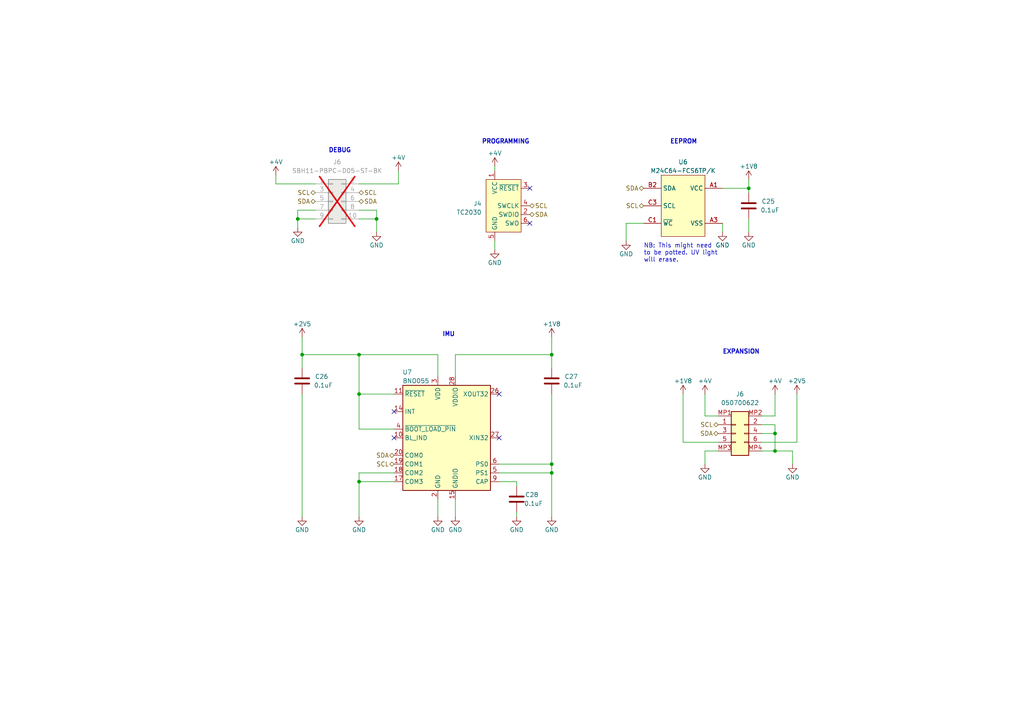
<source format=kicad_sch>
(kicad_sch (version 20230121) (generator eeschema)
  (paper "A4")
  (title_block (title "ONIX Neuropixels 2.0 Economical Headstage") (rev "B") (company "Open Ephys, Inc") (comment 1 "Jonathan P. Newman"))
  (lib_symbols
    (symbol "Connector:Conn_ARM_SWD_TagConnect_TC2030" (in_bom no)
      (property "Reference" "J" (at 2.54 11.43 0))
      (property "Value" "Conn_ARM_SWD_TagConnect_TC2030" (at 5.08 8.89 0))
      (symbol "Conn_ARM_SWD_TagConnect_TC2030_0_0"
        (pin power_in line (at -2.54 10.16 270) (length 2.54) (name "VCC") (number "1"))
        (pin bidirectional line (at 7.62 -2.54 180) (length 2.54) (name "SWDIO") (number "2"))
        (pin open_collector line (at 7.62 5.08 180) (length 2.54) (name "~{RESET}") (number "3"))
        (pin output line (at 7.62 0 180) (length 2.54) (name "SWCLK") (number "4"))
        (pin power_in line (at -2.54 -10.16 90) (length 2.54) (name "GND") (number "5"))
        (pin input line (at 7.62 -5.08 180) (length 2.54) (name "SWO") (number "6"))
      )
      (symbol "Conn_ARM_SWD_TagConnect_TC2030_0_1"
        (rectangle (start -5.08 7.62) (end 5.08 -7.62) (fill (type background)))
      )
    )
    (symbol "Connector_Generic:Conn_02x05_Odd_Even" (pin_names (offset 1.016) hide)
      (property "Reference" "J" (at 1.27 7.62 0))
      (property "Value" "Conn_02x05_Odd_Even" (at 1.27 -7.62 0))
      (symbol "Conn_02x05_Odd_Even_1_1"
        (rectangle (start -1.27 -4.953) (end 0 -5.207) (stroke (width 0.1524)))
        (rectangle (start -1.27 -2.413) (end 0 -2.667) (stroke (width 0.1524)))
        (rectangle (start -1.27 0.127) (end 0 -0.127) (stroke (width 0.1524)))
        (rectangle (start -1.27 2.667) (end 0 2.413) (stroke (width 0.1524)))
        (rectangle (start -1.27 5.207) (end 0 4.953) (stroke (width 0.1524)))
        (rectangle (start -1.27 6.35) (end 3.81 -6.35) (stroke (width 0.254)) (fill (type background)))
        (rectangle (start 3.81 -4.953) (end 2.54 -5.207) (stroke (width 0.1524)))
        (rectangle (start 3.81 -2.413) (end 2.54 -2.667) (stroke (width 0.1524)))
        (rectangle (start 3.81 0.127) (end 2.54 -0.127) (stroke (width 0.1524)))
        (rectangle (start 3.81 2.667) (end 2.54 2.413) (stroke (width 0.1524)))
        (rectangle (start 3.81 5.207) (end 2.54 4.953) (stroke (width 0.1524)))
        (pin passive line (at -5.08 5.08 0) (length 3.81) (name "Pin_1") (number "1"))
        (pin passive line (at 7.62 -5.08 180) (length 3.81) (name "Pin_10") (number "10"))
        (pin passive line (at 7.62 5.08 180) (length 3.81) (name "Pin_2") (number "2"))
        (pin passive line (at -5.08 2.54 0) (length 3.81) (name "Pin_3") (number "3"))
        (pin passive line (at 7.62 2.54 180) (length 3.81) (name "Pin_4") (number "4"))
        (pin passive line (at -5.08 0 0) (length 3.81) (name "Pin_5") (number "5"))
        (pin passive line (at 7.62 0 180) (length 3.81) (name "Pin_6") (number "6"))
        (pin passive line (at -5.08 -2.54 0) (length 3.81) (name "Pin_7") (number "7"))
        (pin passive line (at 7.62 -2.54 180) (length 3.81) (name "Pin_8") (number "8"))
        (pin passive line (at -5.08 -5.08 0) (length 3.81) (name "Pin_9") (number "9"))
      )
    )
    (symbol "Device:C" (pin_numbers hide) (pin_names (offset 0.254))
      (property "Reference" "C" (at 0.635 2.54 0))
      (property "Value" "C" (at 0.635 -2.54 0))
      (symbol "C_0_1"
        (polyline (pts (xy -2.032 -0.762) (xy 2.032 -0.762)) (stroke (width 0.508)))
        (polyline (pts (xy -2.032 0.762) (xy 2.032 0.762)) (stroke (width 0.508)))
      )
      (symbol "C_1_1"
        (pin passive line (at 0 3.81 270) (length 2.794) (name "~") (number "1"))
        (pin passive line (at 0 -3.81 90) (length 2.794) (name "~") (number "2"))
      )
    )
    (symbol "Sensor_Motion:BNO055"
      (property "Reference" "U" (at -11.43 16.51 0))
      (property "Value" "BNO055" (at 12.7 16.51 0))
      (symbol "BNO055_0_1"
        (rectangle (start -12.7 15.24) (end 12.7 -15.24) (stroke (width 0.254)) (fill (type background)))
      )
      (symbol "BNO055_1_1"
        (pin no_connect line (at -12.7 10.16 0) (length 2.54) hide (name "PIN1") (number "1"))
        (pin output line (at -15.24 0 0) (length 2.54) (name "BL_IND") (number "10"))
        (pin input line (at -15.24 12.7 0) (length 2.54) (name "~{RESET}") (number "11"))
        (pin no_connect line (at 12.7 10.16 180) (length 2.54) hide (name "PIN12") (number "12"))
        (pin no_connect line (at 12.7 7.62 180) (length 2.54) hide (name "PIN13") (number "13"))
        (pin output line (at -15.24 7.62 0) (length 2.54) (name "INT") (number "14"))
        (pin power_in line (at 2.54 -17.78 90) (length 2.54) (name "GNDIO") (number "15"))
        (pin passive line (at 2.54 -17.78 90) (length 2.54) hide (name "GNDIO") (number "16"))
        (pin input line (at -15.24 -12.7 0) (length 2.54) (name "COM3") (number "17"))
        (pin passive line (at -15.24 -10.16 0) (length 2.54) (name "COM2") (number "18"))
        (pin bidirectional line (at -15.24 -7.62 0) (length 2.54) (name "COM1") (number "19"))
        (pin power_in line (at -2.54 -17.78 90) (length 2.54) (name "GND") (number "2"))
        (pin bidirectional line (at -15.24 -5.08 0) (length 2.54) (name "COM0") (number "20"))
        (pin no_connect line (at 12.7 5.08 180) (length 2.54) hide (name "PIN21") (number "21"))
        (pin no_connect line (at 12.7 2.54 180) (length 2.54) hide (name "PIN22") (number "22"))
        (pin no_connect line (at 12.7 -2.54 180) (length 2.54) hide (name "PIN23") (number "23"))
        (pin no_connect line (at 12.7 -5.08 180) (length 2.54) hide (name "PIN24") (number "24"))
        (pin passive line (at 2.54 -17.78 90) (length 2.54) hide (name "GNDIO") (number "25"))
        (pin output line (at 15.24 12.7 180) (length 2.54) (name "XOUT32") (number "26"))
        (pin input line (at 15.24 0 180) (length 2.54) (name "XIN32") (number "27"))
        (pin power_in line (at 2.54 17.78 270) (length 2.54) (name "VDDIO") (number "28"))
        (pin power_in line (at -2.54 17.78 270) (length 2.54) (name "VDD") (number "3"))
        (pin input line (at -15.24 2.54 0) (length 2.54) (name "~{BOOT_LOAD_PIN}") (number "4"))
        (pin input line (at 15.24 -10.16 180) (length 2.54) (name "PS1") (number "5"))
        (pin input line (at 15.24 -7.62 180) (length 2.54) (name "PS0") (number "6"))
        (pin no_connect line (at -12.7 5.08 0) (length 2.54) hide (name "PIN7") (number "7"))
        (pin no_connect line (at -12.7 -2.54 0) (length 2.54) hide (name "PIN8") (number "8"))
        (pin passive line (at 15.24 -12.7 180) (length 2.54) (name "CAP") (number "9"))
      )
    )
    (symbol "jonnew:24Cxx-WC"
      (property "Reference" "U" (at 0 12.7 0))
      (property "Value" "24Cxx-WC" (at 0 10.16 0))
      (symbol "24Cxx-WC_0_1"
        (rectangle (start -6.35 8.89) (end 6.35 -8.89) (fill (type background)))
      )
      (symbol "24Cxx-WC_1_1"
        (pin power_in line (at -11.43 5.08 0) (length 5.08) (name "VCC") (number "A1"))
        (pin power_in line (at -11.43 -5.08 0) (length 5.08) (name "VSS") (number "A3"))
        (pin open_collector line (at 11.43 5.08 180) (length 5.08) (name "SDA") (number "B2"))
        (pin input line (at 11.43 -5.08 180) (length 5.08) (name "~{WC}") (number "C1"))
        (pin open_collector line (at 11.43 0 180) (length 5.08) (name "SCL") (number "C3"))
      )
    )
    (symbol "jonnew:Conn_02x3_Odd_Even_4Mech" (pin_names hide)
      (property "Reference" "J" (at 0 11.43 0))
      (property "Value" "Conn_02x3_Odd_Even_4Mech" (at 1.27 8.89 0))
      (symbol "Conn_02x3_Odd_Even_4Mech_1_1"
        (rectangle (start -2.54 -2.413) (end -1.27 -2.667) (stroke (width 0.1524)))
        (rectangle (start -2.54 0.127) (end -1.27 -0.127) (stroke (width 0.1524)))
        (rectangle (start -2.54 2.667) (end -1.27 2.413) (stroke (width 0.1524)))
        (rectangle (start -2.54 6.35) (end 2.54 -6.35) (stroke (width 0.254)) (fill (type background)))
        (rectangle (start 2.54 -2.413) (end 1.27 -2.667) (stroke (width 0.1524)))
        (rectangle (start 2.54 0.127) (end 1.27 -0.127) (stroke (width 0.1524)))
        (rectangle (start 2.54 2.667) (end 1.27 2.413) (stroke (width 0.1524)))
        (pin passive line (at -6.35 2.54 0) (length 3.81) (name "Pin_1") (number "1"))
        (pin passive line (at 6.35 2.54 180) (length 3.81) (name "Pin_2") (number "2"))
        (pin passive line (at -6.35 0 0) (length 3.81) (name "Pin_3") (number "3"))
        (pin passive line (at 6.35 0 180) (length 3.81) (name "Pin_4") (number "4"))
        (pin passive line (at -6.35 -2.54 0) (length 3.81) (name "Pin_5") (number "5"))
        (pin passive line (at 6.35 -2.54 180) (length 3.81) (name "Pin_6") (number "6"))
        (pin passive line (at -6.35 5.08 0) (length 3.81) (name "MountPin1") (number "MP1"))
        (pin passive line (at 6.35 5.08 180) (length 3.81) (name "MountPin2") (number "MP2"))
        (pin passive line (at -6.35 -5.08 0) (length 3.81) (name "MountPin3") (number "MP3"))
        (pin passive line (at 6.35 -5.08 180) (length 3.81) (name "MountPin4") (number "MP4"))
      )
    )
    (symbol "power:+1V8" (power) (pin_names (offset 0))
      (property "Value" "+1V8" (at 0 3.556 0))
      (symbol "+1V8_0_1"
        (polyline (pts (xy -0.762 1.27) (xy 0 2.54)))
        (polyline (pts (xy 0 0) (xy 0 2.54)))
        (polyline (pts (xy 0 2.54) (xy 0.762 1.27)))
      )
      (symbol "+1V8_1_1"
        (pin power_in line (at 0 0 90) (length 0) hide (name "+1V8") (number "1"))
      )
    )
    (symbol "power:+2V5" (power) (pin_names (offset 0))
      (property "Value" "+2V5" (at 0 3.556 0))
      (symbol "+2V5_0_1"
        (polyline (pts (xy -0.762 1.27) (xy 0 2.54)))
        (polyline (pts (xy 0 0) (xy 0 2.54)))
        (polyline (pts (xy 0 2.54) (xy 0.762 1.27)))
      )
      (symbol "+2V5_1_1"
        (pin power_in line (at 0 0 90) (length 0) hide (name "+2V5") (number "1"))
      )
    )
    (symbol "power:+4V" (power) (pin_names (offset 0))
      (property "Value" "+4V" (at 0 3.556 0))
      (symbol "+4V_0_1"
        (polyline (pts (xy -0.762 1.27) (xy 0 2.54)))
        (polyline (pts (xy 0 0) (xy 0 2.54)))
        (polyline (pts (xy 0 2.54) (xy 0.762 1.27)))
      )
      (symbol "+4V_1_1"
        (pin power_in line (at 0 0 90) (length 0) hide (name "+4V") (number "1"))
      )
    )
    (symbol "power:GND" (power) (pin_names (offset 0))
      (property "Value" "GND" (at 0 -3.81 0))
      (symbol "GND_0_1"
        (polyline (pts (xy 0 0) (xy 0 -1.27) (xy 1.27 -1.27) (xy 0 -2.54) (xy -1.27 -1.27) (xy 0 -1.27)))
      )
      (symbol "GND_1_1"
        (pin power_in line (at 0 0 270) (length 0) hide (name "GND") (number "1"))
      )
    )
  )
  (junction (at 109.22 63.5))
  (junction (at 224.79 130.81))
  (junction (at 217.17 54.61))
  (junction (at 160.02 102.87))
  (junction (at 160.02 137.16))
  (junction (at 160.02 134.62))
  (junction (at 104.14 139.7))
  (junction (at 104.14 102.87))
  (junction (at 104.14 114.3))
  (junction (at 86.36 63.5))
  (junction (at 224.79 125.73))
  (junction (at 87.63 102.87))
  (no_connect (at 114.3 127))
  (no_connect (at 153.67 64.77))
  (no_connect (at 144.78 127))
  (no_connect (at 114.3 119.38))
  (no_connect (at 144.78 114.3))
  (no_connect (at 153.67 54.61))
  (wire (pts (xy 115.57 53.34) (xy 115.57 49.53)))
  (wire (pts (xy 114.3 139.7) (xy 104.14 139.7)))
  (wire (pts (xy 217.17 55.88) (xy 217.17 54.61)))
  (wire (pts (xy 104.14 124.46) (xy 114.3 124.46)))
  (wire (pts (xy 160.02 149.86) (xy 160.02 137.16)))
  (wire (pts (xy 160.02 106.68) (xy 160.02 102.87)))
  (wire (pts (xy 87.63 102.87) (xy 87.63 106.68)))
  (wire (pts (xy 144.78 134.62) (xy 160.02 134.62)))
  (wire (pts (xy 217.17 52.07) (xy 217.17 54.61)))
  (wire (pts (xy 87.63 102.87) (xy 104.14 102.87)))
  (wire (pts (xy 114.3 137.16) (xy 104.14 137.16)))
  (wire (pts (xy 231.14 128.27) (xy 231.14 114.3)))
  (wire (pts (xy 220.98 130.81) (xy 224.79 130.81)))
  (wire (pts (xy 104.14 60.96) (xy 109.22 60.96)))
  (wire (pts (xy 104.14 114.3) (xy 104.14 124.46)))
  (wire (pts (xy 104.14 137.16) (xy 104.14 139.7)))
  (wire (pts (xy 104.14 139.7) (xy 104.14 149.86)))
  (wire (pts (xy 132.08 144.78) (xy 132.08 149.86)))
  (wire (pts (xy 208.28 130.81) (xy 204.47 130.81)))
  (wire (pts (xy 204.47 120.65) (xy 208.28 120.65)))
  (wire (pts (xy 132.08 109.22) (xy 132.08 102.87)))
  (wire (pts (xy 104.14 114.3) (xy 114.3 114.3)))
  (wire (pts (xy 209.55 54.61) (xy 217.17 54.61)))
  (wire (pts (xy 104.14 63.5) (xy 109.22 63.5)))
  (wire (pts (xy 104.14 102.87) (xy 127 102.87)))
  (wire (pts (xy 86.36 63.5) (xy 86.36 66.04)))
  (wire (pts (xy 91.44 53.34) (xy 80.01 53.34)))
  (wire (pts (xy 224.79 130.81) (xy 229.87 130.81)))
  (wire (pts (xy 220.98 120.65) (xy 224.79 120.65)))
  (wire (pts (xy 127 144.78) (xy 127 149.86)))
  (wire (pts (xy 208.28 128.27) (xy 198.12 128.27)))
  (wire (pts (xy 224.79 123.19) (xy 224.79 125.73)))
  (wire (pts (xy 86.36 60.96) (xy 86.36 63.5)))
  (wire (pts (xy 144.78 139.7) (xy 149.86 139.7)))
  (wire (pts (xy 160.02 114.3) (xy 160.02 134.62)))
  (wire (pts (xy 87.63 114.3) (xy 87.63 149.86)))
  (wire (pts (xy 86.36 63.5) (xy 91.44 63.5)))
  (wire (pts (xy 198.12 114.3) (xy 198.12 128.27)))
  (wire (pts (xy 127 109.22) (xy 127 102.87)))
  (wire (pts (xy 104.14 53.34) (xy 115.57 53.34)))
  (wire (pts (xy 220.98 125.73) (xy 224.79 125.73)))
  (wire (pts (xy 220.98 123.19) (xy 224.79 123.19)))
  (wire (pts (xy 229.87 130.81) (xy 229.87 134.62)))
  (wire (pts (xy 87.63 97.79) (xy 87.63 102.87)))
  (wire (pts (xy 217.17 63.5) (xy 217.17 67.31)))
  (wire (pts (xy 204.47 114.3) (xy 204.47 120.65)))
  (wire (pts (xy 209.55 64.77) (xy 209.55 67.31)))
  (wire (pts (xy 143.51 48.26) (xy 143.51 49.53)))
  (wire (pts (xy 143.51 69.85) (xy 143.51 72.39)))
  (wire (pts (xy 224.79 125.73) (xy 224.79 130.81)))
  (wire (pts (xy 181.61 69.85) (xy 181.61 64.77)))
  (wire (pts (xy 160.02 137.16) (xy 160.02 134.62)))
  (wire (pts (xy 224.79 114.3) (xy 224.79 120.65)))
  (wire (pts (xy 91.44 60.96) (xy 86.36 60.96)))
  (wire (pts (xy 109.22 60.96) (xy 109.22 63.5)))
  (wire (pts (xy 181.61 64.77) (xy 186.69 64.77)))
  (wire (pts (xy 149.86 148.59) (xy 149.86 149.86)))
  (wire (pts (xy 160.02 97.79) (xy 160.02 102.87)))
  (wire (pts (xy 220.98 128.27) (xy 231.14 128.27)))
  (wire (pts (xy 80.01 53.34) (xy 80.01 50.8)))
  (wire (pts (xy 204.47 130.81) (xy 204.47 134.62)))
  (wire (pts (xy 149.86 139.7) (xy 149.86 140.97)))
  (wire (pts (xy 104.14 102.87) (xy 104.14 114.3)))
  (wire (pts (xy 144.78 137.16) (xy 160.02 137.16)))
  (wire (pts (xy 109.22 63.5) (xy 109.22 67.31)))
  (wire (pts (xy 132.08 102.87) (xy 160.02 102.87)))
  (text "EEPROM" (at 194.31 41.91 0) (effects (font (size 1.27 1.27) (thickness 0.254) bold) (justify left bottom)))
  (text "DEBUG" (at 95.25 44.45 0) (effects (font (size 1.27 1.27) (thickness 0.254) bold) (justify left bottom)))
  (text "PROGRAMMING" (at 139.7 41.91 0) (effects (font (size 1.27 1.27) (thickness 0.254) bold) (justify left bottom)))
  (text "IMU" (at 128.27 97.79 0) (effects (font (size 1.27 1.27) (thickness 0.254) bold) (justify left bottom)))
  (text "NB: This might need\nto be potted. UV light\nwill erase." (at 186.69 76.2 0) (effects (font (size 1.27 1.27)) (justify left bottom)))
  (text "EXPANSION" (at 209.55 102.87 0) (effects (font (size 1.27 1.27) (thickness 0.254) bold) (justify left bottom)))
  (hierarchical_label "SCL" (shape bidirectional) (at 91.44 55.88 180))
  (hierarchical_label "SDA" (shape bidirectional) (at 186.69 54.61 180))
  (hierarchical_label "SDA" (shape bidirectional) (at 114.3 132.08 180))
  (hierarchical_label "SCL" (shape bidirectional) (at 208.28 123.19 180))
  (hierarchical_label "SDA" (shape bidirectional) (at 153.67 62.23 0))
  (hierarchical_label "SDA" (shape bidirectional) (at 91.44 58.42 180))
  (hierarchical_label "SDA" (shape bidirectional) (at 208.28 125.73 180))
  (hierarchical_label "SCL" (shape bidirectional) (at 114.3 134.62 180))
  (hierarchical_label "SCL" (shape bidirectional) (at 186.69 59.69 180))
  (hierarchical_label "SDA" (shape bidirectional) (at 104.14 58.42 0))
  (hierarchical_label "SCL" (shape bidirectional) (at 104.14 55.88 0))
  (hierarchical_label "SCL" (shape bidirectional) (at 153.67 59.69 0))
  (symbol (lib_id "power:GND") (at 143.51 72.39 0) (mirror y) (unit 1)
    (property "Reference" "#PWR060" (effects hide))
    (property "Value" "GND" (at 143.51 76.2 0))
    (instances (project "headstage-neuropix2e" (path "" (reference "#PWR060") (unit 1)) (path "" (reference "#PWR064") (unit 1))))
  )
  (symbol (lib_id "power:+4V") (at 80.01 50.8 0) (mirror y) (unit 1)
    (property "Reference" "#PWR06" (effects hide))
    (property "Value" "+4V" (at 80.01 46.99 0))
    (instances (project "headstage-neuropix2e" (path "" (reference "#PWR06") (unit 1)) (path "" (reference "#PWR074") (unit 1)) (path "" (reference "#PWR058") (unit 1))))
  )
  (symbol (lib_id "Sensor_Motion:BNO055") (at 129.54 127 0) (unit 1)
    (property "Reference" "U7" (at 118.11 107.95 0))
    (property "Value" "BNO055" (at 120.65 110.49 0))
    (property "Footprint" "Package_LGA:LGA-28_5.2x3.8mm_P0.5mm" (effects hide))
    (property "Datasheet" "https://www.bosch-sensortec.com/media/boschsensortec/downloads/datasheets/bst-bno055-ds000.pdf" (effects hide))
  )
  (symbol (lib_id "power:GND") (at 160.02 149.86 0) (unit 1)
    (property "Reference" "#PWR077" (effects hide))
    (property "Value" "GND" (at 160.02 153.67 0))
  )
  (symbol (lib_id "power:+4V") (at 204.47 114.3 0) (unit 1)
    (property "Reference" "#PWR015" (effects hide))
    (property "Value" "+4V" (at 204.47 110.49 0))
    (instances (project "headstage-neuropix2e" (path "" (reference "#PWR015") (unit 1)) (path "" (reference "#PWR068") (unit 1))))
  )
  (symbol (lib_id "power:GND") (at 109.22 67.31 0) (mirror y) (unit 1)
    (property "Reference" "#PWR077" (effects hide))
    (property "Value" "GND" (at 109.22 71.12 0))
    (instances (project "headstage-neuropix2e" (path "" (reference "#PWR077") (unit 1)) (path "" (reference "#PWR061") (unit 1))))
  )
  (symbol (lib_id "power:GND") (at 86.36 66.04 0) (mirror y) (unit 1)
    (property "Reference" "#PWR076" (effects hide))
    (property "Value" "GND" (at 86.36 69.85 0))
    (instances (project "headstage-neuropix2e" (path "" (reference "#PWR076") (unit 1)) (path "" (reference "#PWR060") (unit 1))))
  )
  (symbol (lib_id "power:GND") (at 209.55 67.31 0) (unit 1)
    (property "Reference" "#PWR062" (effects hide))
    (property "Value" "GND" (at 209.55 71.12 0))
  )
  (symbol (lib_id "jonnew:Conn_02x3_Odd_Even_4Mech") (at 214.63 125.73 0) (unit 1) (in_bom no)
    (property "Reference" "J6" (at 214.63 114.3 0))
    (property "Value" "050700622" (at 214.63 116.84 0))
    (property "Footprint" "jonnew:MOLEX_5050700622" (effects hide))
  )
  (symbol (lib_id "power:GND") (at 217.17 67.31 0) (unit 1)
    (property "Reference" "#PWR063" (effects hide))
    (property "Value" "GND" (at 217.17 71.12 0))
  )
  (symbol (lib_id "power:+1V8") (at 160.02 97.79 0) (unit 1)
    (property "Reference" "#PWR066" (effects hide))
    (property "Value" "+1V8" (at 160.02 93.98 0))
  )
  (symbol (lib_id "power:GND") (at 204.47 134.62 0) (unit 1)
    (property "Reference" "#PWR070" (effects hide))
    (property "Value" "GND" (at 204.47 138.43 0))
  )
  (symbol (lib_id "Device:C") (at 217.17 59.69 180) (unit 1)
    (property "Reference" "C25" (at 224.79 58.42 0) (effects (justify left)))
    (property "Value" "0.1uF" (at 226.06 60.96 0) (effects (justify left)))
    (property "Footprint" "Capacitor_SMD:C_0201_0603Metric" (effects hide))
    (property "TempCo" "X7R" (effects hide))
    (property "Voltage" "25V" (effects hide))
    (property "CASE/PACKAGE" "0201" (effects hide))
  )
  (symbol (lib_id "power:GND") (at 127 149.86 0) (unit 1)
    (property "Reference" "#PWR074" (effects hide))
    (property "Value" "GND" (at 127 153.67 0))
  )
  (symbol (lib_id "power:+1V8") (at 198.12 114.3 0) (mirror y) (unit 1)
    (property "Reference" "#PWR067" (effects hide))
    (property "Value" "+1V8" (at 198.12 110.49 0))
  )
  (symbol (lib_id "jonnew:24Cxx-WC") (at 198.12 59.69 0) (mirror y) (unit 1)
    (property "Reference" "U6" (at 198.12 46.99 0))
    (property "Value" "M24C64-FCS6TP/K" (at 198.12 49.53 0))
    (property "Footprint" "jonnew:ST_WLCSP5-0.959x1.073" (effects hide))
    (property "Datasheet" "https://www.st.com/content/ccc/resource/technical/document/datasheet/5c/df/52/a5/15/f2/48/bd/CD00259166.pdf/files/CD00259166.pdf/jcr:content/translations/en.CD00259166.pdf#page=5&zoom=100,0,350" (effects hide))
  )
  (symbol (lib_id "power:+2V5") (at 231.14 114.3 0) (unit 1)
    (property "Reference" "#PWR039" (effects hide))
    (property "Value" "+2V5" (at 231.14 110.49 0))
  )
  (symbol (lib_id "power:+4V") (at 115.57 49.53 0) (mirror y) (unit 1)
    (property "Reference" "#PWR06" (effects hide))
    (property "Value" "+4V" (at 115.57 45.72 0))
    (instances (project "headstage-neuropix2e" (path "" (reference "#PWR06") (unit 1)) (path "" (reference "#PWR075") (unit 1)) (path "" (reference "#PWR057") (unit 1))))
  )
  (symbol (lib_id "Device:C") (at 87.63 110.49 180) (unit 1)
    (property "Reference" "C26" (at 95.25 109.22 0) (effects (justify left)))
    (property "Value" "0.1uF" (at 96.52 111.76 0) (effects (justify left)))
    (property "Footprint" "Capacitor_SMD:C_0201_0603Metric" (effects hide))
    (property "TempCo" "X7R" (effects hide))
    (property "Voltage" "25V" (effects hide))
    (property "CASE/PACKAGE" "0201" (effects hide))
  )
  (symbol (lib_id "power:GND") (at 87.63 149.86 0) (unit 1)
    (property "Reference" "#PWR072" (effects hide))
    (property "Value" "GND" (at 87.63 153.67 0))
  )
  (symbol (lib_id "power:GND") (at 229.87 134.62 0) (unit 1)
    (property "Reference" "#PWR071" (effects hide))
    (property "Value" "GND" (at 229.87 138.43 0))
  )
  (symbol (lib_id "power:+4V") (at 224.79 114.3 0) (unit 1)
    (property "Reference" "#PWR015" (effects hide))
    (property "Value" "+4V" (at 224.79 110.49 0))
    (instances (project "headstage-neuropix2e" (path "" (reference "#PWR015") (unit 1)) (path "" (reference "#PWR069") (unit 1))))
  )
  (symbol (lib_id "power:GND") (at 149.86 149.86 0) (unit 1)
    (property "Reference" "#PWR076" (effects hide))
    (property "Value" "GND" (at 149.86 153.67 0))
  )
  (symbol (lib_id "Connector:Conn_ARM_SWD_TagConnect_TC2030") (at 146.05 59.69 0) (unit 1) (in_bom no)
    (property "Reference" "J4" (at 139.7 59.055 0) (effects (justify right)))
    (property "Value" "TC2030" (at 139.7 61.595 0) (effects (justify right)))
    (property "Footprint" "Connector:Tag-Connect_TC2030-IDC-FP_2x03_P1.27mm_Vertical" (effects hide))
    (property "Datasheet" "https://www.tag-connect.com/wp-content/uploads/bsk-pdf-manager/TC2030-CTX_1.pdf" (effects hide))
    (instances (project "headstage-neuropix2e" (path "" (reference "J4") (unit 1)) (path "" (reference "J5") (unit 1))))
  )
  (symbol (lib_id "power:+1V8") (at 217.17 52.07 0) (unit 1)
    (property "Reference" "#PWR059" (effects hide))
    (property "Value" "+1V8" (at 217.17 48.26 0))
  )
  (symbol (lib_id "power:+4V") (at 143.51 48.26 0) (mirror y) (unit 1)
    (property "Reference" "#PWR06" (effects hide))
    (property "Value" "+4V" (at 143.51 44.45 0))
    (instances (project "headstage-neuropix2e" (path "" (reference "#PWR06") (unit 1)) (path "" (reference "#PWR056") (unit 1)) (path "" (reference "#PWR056") (unit 1))))
  )
  (symbol (lib_id "power:GND") (at 181.61 69.85 0) (unit 1)
    (property "Reference" "#PWR078" (effects hide))
    (property "Value" "GND" (at 181.61 73.66 0))
  )
  (symbol (lib_id "power:GND") (at 104.14 149.86 0) (unit 1)
    (property "Reference" "#PWR073" (effects hide))
    (property "Value" "GND" (at 104.14 153.67 0))
  )
  (symbol (lib_id "power:GND") (at 132.08 149.86 0) (unit 1)
    (property "Reference" "#PWR075" (effects hide))
    (property "Value" "GND" (at 132.08 153.67 0))
  )
  (symbol (lib_id "Device:C") (at 160.02 110.49 180) (unit 1)
    (property "Reference" "C27" (at 167.64 109.22 0) (effects (justify left)))
    (property "Value" "0.1uF" (at 168.91 111.76 0) (effects (justify left)))
    (property "Footprint" "Capacitor_SMD:C_0201_0603Metric" (effects hide))
    (property "TempCo" "X7R" (effects hide))
    (property "Voltage" "25V" (effects hide))
    (property "CASE/PACKAGE" "0201" (effects hide))
  )
  (symbol (lib_id "power:+2V5") (at 87.63 97.79 0) (unit 1)
    (property "Reference" "#PWR065" (effects hide))
    (property "Value" "+2V5" (at 87.63 93.98 0))
  )
  (symbol (lib_id "Device:C") (at 149.86 144.78 180) (unit 1)
    (property "Reference" "C28" (at 156.21 143.51 0) (effects (justify left)))
    (property "Value" "0.1uF" (at 157.48 146.05 0) (effects (justify left)))
    (property "Footprint" "Capacitor_SMD:C_0201_0603Metric" (effects hide))
    (property "TempCo" "X7R" (effects hide))
    (property "Voltage" "25V" (effects hide))
    (property "CASE/PACKAGE" "0201" (effects hide))
  )
  (symbol (lib_id "Connector_Generic:Conn_02x05_Odd_Even") (at 96.52 58.42 0) (unit 1) (dnp yes)
    (property "Reference" "J6" (at 97.79 46.99 0))
    (property "Value" "SBH11-PBPC-D05-ST-BK" (at 97.79 49.53 0))
    (property "Footprint" "Connector_IDC:IDC-Header_2x05_P2.54mm_Vertical" (effects hide))
    (instances (project "headstage-neuropix2e" (path "" (reference "J6") (unit 1)) (path "" (reference "J4") (unit 1))))
  )
)
</source>
